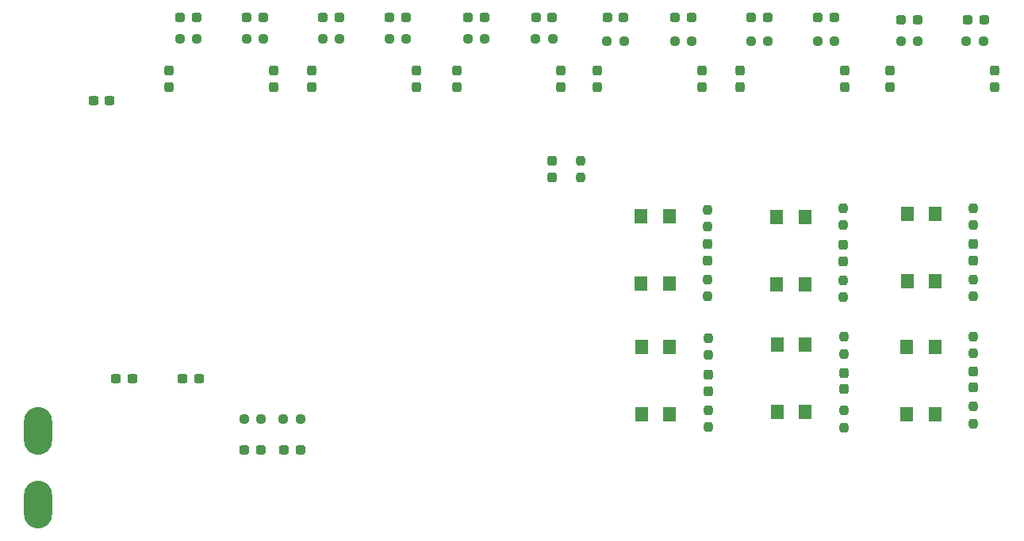
<source format=gtp>
G04 #@! TF.GenerationSoftware,KiCad,Pcbnew,(6.0.8)*
G04 #@! TF.CreationDate,2022-11-19T16:10:13-06:00*
G04 #@! TF.ProjectId,Driveboard_2023,44726976-6562-46f6-9172-645f32303233,rev?*
G04 #@! TF.SameCoordinates,Original*
G04 #@! TF.FileFunction,Paste,Top*
G04 #@! TF.FilePolarity,Positive*
%FSLAX46Y46*%
G04 Gerber Fmt 4.6, Leading zero omitted, Abs format (unit mm)*
G04 Created by KiCad (PCBNEW (6.0.8)) date 2022-11-19 16:10:13*
%MOMM*%
%LPD*%
G01*
G04 APERTURE LIST*
G04 Aperture macros list*
%AMRoundRect*
0 Rectangle with rounded corners*
0 $1 Rounding radius*
0 $2 $3 $4 $5 $6 $7 $8 $9 X,Y pos of 4 corners*
0 Add a 4 corners polygon primitive as box body*
4,1,4,$2,$3,$4,$5,$6,$7,$8,$9,$2,$3,0*
0 Add four circle primitives for the rounded corners*
1,1,$1+$1,$2,$3*
1,1,$1+$1,$4,$5*
1,1,$1+$1,$6,$7*
1,1,$1+$1,$8,$9*
0 Add four rect primitives between the rounded corners*
20,1,$1+$1,$2,$3,$4,$5,0*
20,1,$1+$1,$4,$5,$6,$7,0*
20,1,$1+$1,$6,$7,$8,$9,0*
20,1,$1+$1,$8,$9,$2,$3,0*%
G04 Aperture macros list end*
%ADD10RoundRect,0.237500X0.300000X0.237500X-0.300000X0.237500X-0.300000X-0.237500X0.300000X-0.237500X0*%
%ADD11RoundRect,0.237500X0.287500X0.237500X-0.287500X0.237500X-0.287500X-0.237500X0.287500X-0.237500X0*%
%ADD12R,1.400000X1.600000*%
%ADD13RoundRect,0.237500X-0.237500X0.250000X-0.237500X-0.250000X0.237500X-0.250000X0.237500X0.250000X0*%
%ADD14RoundRect,0.237500X-0.287500X-0.237500X0.287500X-0.237500X0.287500X0.237500X-0.287500X0.237500X0*%
%ADD15RoundRect,0.237500X0.237500X-0.287500X0.237500X0.287500X-0.237500X0.287500X-0.237500X-0.287500X0*%
%ADD16RoundRect,0.237500X-0.250000X-0.237500X0.250000X-0.237500X0.250000X0.237500X-0.250000X0.237500X0*%
%ADD17RoundRect,0.237500X0.237500X-0.250000X0.237500X0.250000X-0.237500X0.250000X-0.237500X-0.250000X0*%
%ADD18RoundRect,0.237500X0.250000X0.237500X-0.250000X0.237500X-0.250000X-0.237500X0.250000X-0.237500X0*%
%ADD19RoundRect,0.237500X-0.237500X0.287500X-0.237500X-0.287500X0.237500X-0.287500X0.237500X0.287500X0*%
%ADD20O,3.000000X5.100000*%
%ADD21RoundRect,0.237500X-0.300000X-0.237500X0.300000X-0.237500X0.300000X0.237500X-0.300000X0.237500X0*%
G04 APERTURE END LIST*
D10*
X159866500Y-83058000D03*
X158141500Y-83058000D03*
D11*
X204710000Y-44450000D03*
X202960000Y-44450000D03*
D12*
X228714750Y-86640750D03*
X228714750Y-79440750D03*
X231714750Y-86640750D03*
X231714750Y-79440750D03*
D13*
X249658000Y-86068500D03*
X249658000Y-87893500D03*
D14*
X171845000Y-90678000D03*
X173595000Y-90678000D03*
D15*
X251968000Y-51929000D03*
X251968000Y-50179000D03*
D14*
X225947000Y-44450000D03*
X227697000Y-44450000D03*
D12*
X228661500Y-65779500D03*
X228661500Y-72979500D03*
X231661500Y-65779500D03*
X231661500Y-72979500D03*
D10*
X157480000Y-53340000D03*
X155755000Y-53340000D03*
D11*
X173849000Y-44450000D03*
X172099000Y-44450000D03*
D15*
X204724000Y-61581000D03*
X204724000Y-59831000D03*
D14*
X180227000Y-44450000D03*
X181977000Y-44450000D03*
D15*
X220726000Y-51929000D03*
X220726000Y-50179000D03*
D16*
X225909500Y-46990000D03*
X227734500Y-46990000D03*
D17*
X249682000Y-66698500D03*
X249682000Y-64873500D03*
D15*
X194564000Y-51929000D03*
X194564000Y-50179000D03*
D16*
X164949500Y-46736000D03*
X166774500Y-46736000D03*
D13*
X207772000Y-59793500D03*
X207772000Y-61618500D03*
D16*
X241911500Y-46990000D03*
X243736500Y-46990000D03*
D14*
X241949000Y-44704000D03*
X243699000Y-44704000D03*
D12*
X214236750Y-79694750D03*
X214236750Y-86894750D03*
X217236750Y-79694750D03*
X217236750Y-86894750D03*
D15*
X179070000Y-51929000D03*
X179070000Y-50179000D03*
D17*
X221285500Y-66845750D03*
X221285500Y-65020750D03*
D13*
X235802750Y-86501250D03*
X235802750Y-88326250D03*
D15*
X240792000Y-51929000D03*
X240792000Y-50179000D03*
D17*
X235798250Y-66698500D03*
X235798250Y-64873500D03*
D16*
X195683500Y-46736000D03*
X197508500Y-46736000D03*
D12*
X242570000Y-86894750D03*
X242570000Y-79694750D03*
X245570000Y-79694750D03*
X245570000Y-86894750D03*
D13*
X221285500Y-72499750D03*
X221285500Y-74324750D03*
D14*
X195721000Y-44450000D03*
X197471000Y-44450000D03*
D13*
X249682000Y-72503000D03*
X249682000Y-74328000D03*
D15*
X163830000Y-51929000D03*
X163830000Y-50179000D03*
X190246000Y-51929000D03*
X190246000Y-50179000D03*
X209550000Y-51929000D03*
X209550000Y-50179000D03*
D18*
X173886500Y-46736000D03*
X172061500Y-46736000D03*
D11*
X234809000Y-44450000D03*
X233059000Y-44450000D03*
D12*
X242594000Y-72688000D03*
X242594000Y-65488000D03*
X245594000Y-65488000D03*
X245594000Y-72688000D03*
D19*
X235798250Y-68787000D03*
X235798250Y-70537000D03*
X235802750Y-82474750D03*
X235802750Y-84224750D03*
D14*
X176059500Y-90678000D03*
X177809500Y-90678000D03*
D16*
X176022000Y-87376000D03*
X177847000Y-87376000D03*
D11*
X250811000Y-44704000D03*
X249061000Y-44704000D03*
D16*
X210566000Y-46990000D03*
X212391000Y-46990000D03*
D19*
X221285500Y-68727250D03*
X221285500Y-70477250D03*
D11*
X219569000Y-44450000D03*
X217819000Y-44450000D03*
D18*
X219606500Y-46990000D03*
X217781500Y-46990000D03*
D17*
X249658000Y-80414500D03*
X249658000Y-78589500D03*
D16*
X171807500Y-87376000D03*
X173632500Y-87376000D03*
D18*
X234846500Y-46990000D03*
X233021500Y-46990000D03*
D13*
X221324750Y-86473000D03*
X221324750Y-88298000D03*
D12*
X214197500Y-72896000D03*
X214197500Y-65696000D03*
X217197500Y-72896000D03*
X217197500Y-65696000D03*
D13*
X235798250Y-72559500D03*
X235798250Y-74384500D03*
D11*
X189089000Y-44450000D03*
X187339000Y-44450000D03*
D15*
X235966000Y-51929000D03*
X235966000Y-50179000D03*
D19*
X249658000Y-82296000D03*
X249658000Y-84046000D03*
D18*
X204747500Y-46736000D03*
X202922500Y-46736000D03*
D19*
X249682000Y-68730500D03*
X249682000Y-70480500D03*
D18*
X250745000Y-46990000D03*
X248920000Y-46990000D03*
D17*
X221324750Y-80565000D03*
X221324750Y-78740000D03*
D15*
X175006000Y-51929000D03*
X175006000Y-50179000D03*
X205613000Y-51929000D03*
X205613000Y-50179000D03*
D14*
X164987000Y-44450000D03*
X166737000Y-44450000D03*
D16*
X180189500Y-46736000D03*
X182014500Y-46736000D03*
D20*
X149860000Y-88646000D03*
X149860000Y-96520000D03*
X149860000Y-96520000D03*
D18*
X189126500Y-46736000D03*
X187301500Y-46736000D03*
D21*
X165253500Y-83058000D03*
X166978500Y-83058000D03*
D19*
X221324750Y-82700500D03*
X221324750Y-84450500D03*
D14*
X210580000Y-44450000D03*
X212330000Y-44450000D03*
D15*
X224790000Y-51929000D03*
X224790000Y-50179000D03*
D17*
X235802750Y-80452250D03*
X235802750Y-78627250D03*
M02*

</source>
